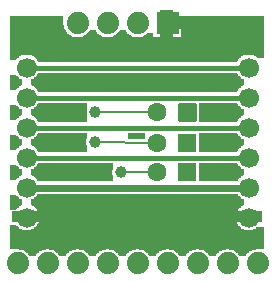
<source format=gbl>
G04 MADE WITH FRITZING*
G04 WWW.FRITZING.ORG*
G04 DOUBLE SIDED*
G04 HOLES PLATED*
G04 CONTOUR ON CENTER OF CONTOUR VECTOR*
%ASAXBY*%
%FSLAX23Y23*%
%MOIN*%
%OFA0B0*%
%SFA1.0B1.0*%
%ADD10C,0.075000*%
%ADD11C,0.062992*%
%ADD12C,0.039370*%
%ADD13C,0.074000*%
%ADD14C,0.066929*%
%ADD15R,0.062992X0.062992*%
%ADD16R,0.074000X0.074000*%
%ADD17C,0.008000*%
%ADD18C,0.016000*%
%ADD19C,0.024000*%
%ADD20C,0.015748*%
%LNCOPPER0*%
G90*
G70*
G54D10*
X184Y237D03*
G54D11*
X628Y566D03*
X529Y566D03*
X628Y463D03*
X529Y463D03*
X628Y365D03*
X529Y365D03*
G54D12*
X409Y365D03*
X321Y465D03*
X323Y566D03*
G54D13*
X564Y862D03*
X464Y862D03*
X364Y862D03*
X264Y862D03*
X64Y62D03*
X164Y62D03*
X264Y62D03*
X364Y62D03*
X464Y62D03*
X564Y62D03*
X664Y62D03*
X764Y62D03*
X864Y62D03*
G54D14*
X834Y714D03*
X834Y614D03*
X834Y514D03*
X834Y414D03*
X834Y314D03*
X834Y214D03*
X94Y714D03*
X94Y614D03*
X94Y514D03*
X94Y414D03*
X94Y314D03*
X94Y214D03*
G54D15*
X628Y463D03*
X628Y365D03*
G54D16*
X564Y862D03*
G54D17*
X423Y365D02*
X508Y365D01*
D02*
X334Y465D02*
X508Y463D01*
D02*
X336Y566D02*
X508Y566D01*
G54D18*
D02*
X809Y714D02*
X119Y714D01*
D02*
X809Y614D02*
X119Y614D01*
D02*
X809Y514D02*
X119Y514D01*
D02*
X809Y414D02*
X119Y414D01*
G54D19*
D02*
X804Y314D02*
X125Y314D01*
G36*
X40Y885D02*
X40Y815D01*
X252Y815D01*
X252Y817D01*
X246Y817D01*
X246Y819D01*
X242Y819D01*
X242Y821D01*
X238Y821D01*
X238Y823D01*
X236Y823D01*
X236Y825D01*
X234Y825D01*
X234Y827D01*
X230Y827D01*
X230Y829D01*
X228Y829D01*
X228Y833D01*
X226Y833D01*
X226Y835D01*
X224Y835D01*
X224Y839D01*
X222Y839D01*
X222Y841D01*
X220Y841D01*
X220Y847D01*
X218Y847D01*
X218Y855D01*
X216Y855D01*
X216Y885D01*
X40Y885D01*
G37*
D02*
G36*
X610Y885D02*
X610Y815D01*
X884Y815D01*
X884Y885D01*
X610Y885D01*
G37*
D02*
G36*
X304Y839D02*
X304Y837D01*
X302Y837D01*
X302Y833D01*
X300Y833D01*
X300Y831D01*
X298Y831D01*
X298Y829D01*
X296Y829D01*
X296Y827D01*
X294Y827D01*
X294Y825D01*
X292Y825D01*
X292Y823D01*
X288Y823D01*
X288Y821D01*
X286Y821D01*
X286Y819D01*
X282Y819D01*
X282Y817D01*
X274Y817D01*
X274Y815D01*
X352Y815D01*
X352Y817D01*
X346Y817D01*
X346Y819D01*
X342Y819D01*
X342Y821D01*
X338Y821D01*
X338Y823D01*
X336Y823D01*
X336Y825D01*
X334Y825D01*
X334Y827D01*
X330Y827D01*
X330Y829D01*
X328Y829D01*
X328Y833D01*
X326Y833D01*
X326Y835D01*
X324Y835D01*
X324Y839D01*
X304Y839D01*
G37*
D02*
G36*
X404Y839D02*
X404Y837D01*
X402Y837D01*
X402Y833D01*
X400Y833D01*
X400Y831D01*
X398Y831D01*
X398Y829D01*
X396Y829D01*
X396Y827D01*
X394Y827D01*
X394Y825D01*
X392Y825D01*
X392Y823D01*
X388Y823D01*
X388Y821D01*
X386Y821D01*
X386Y819D01*
X382Y819D01*
X382Y817D01*
X374Y817D01*
X374Y815D01*
X452Y815D01*
X452Y817D01*
X446Y817D01*
X446Y819D01*
X442Y819D01*
X442Y821D01*
X438Y821D01*
X438Y823D01*
X436Y823D01*
X436Y825D01*
X434Y825D01*
X434Y827D01*
X430Y827D01*
X430Y829D01*
X428Y829D01*
X428Y833D01*
X426Y833D01*
X426Y835D01*
X424Y835D01*
X424Y839D01*
X404Y839D01*
G37*
D02*
G36*
X496Y829D02*
X496Y827D01*
X494Y827D01*
X494Y825D01*
X492Y825D01*
X492Y823D01*
X488Y823D01*
X488Y821D01*
X486Y821D01*
X486Y819D01*
X482Y819D01*
X482Y817D01*
X474Y817D01*
X474Y815D01*
X516Y815D01*
X516Y829D01*
X496Y829D01*
G37*
D02*
G36*
X40Y815D02*
X40Y813D01*
X884Y813D01*
X884Y815D01*
X40Y815D01*
G37*
D02*
G36*
X40Y815D02*
X40Y813D01*
X884Y813D01*
X884Y815D01*
X40Y815D01*
G37*
D02*
G36*
X40Y815D02*
X40Y813D01*
X884Y813D01*
X884Y815D01*
X40Y815D01*
G37*
D02*
G36*
X40Y815D02*
X40Y813D01*
X884Y813D01*
X884Y815D01*
X40Y815D01*
G37*
D02*
G36*
X40Y815D02*
X40Y813D01*
X884Y813D01*
X884Y815D01*
X40Y815D01*
G37*
D02*
G36*
X40Y813D02*
X40Y757D01*
X846Y757D01*
X846Y755D01*
X852Y755D01*
X852Y753D01*
X856Y753D01*
X856Y751D01*
X858Y751D01*
X858Y749D01*
X862Y749D01*
X862Y747D01*
X864Y747D01*
X864Y745D01*
X884Y745D01*
X884Y813D01*
X40Y813D01*
G37*
D02*
G36*
X40Y757D02*
X40Y739D01*
X60Y739D01*
X60Y741D01*
X62Y741D01*
X62Y745D01*
X64Y745D01*
X64Y747D01*
X68Y747D01*
X68Y749D01*
X70Y749D01*
X70Y751D01*
X74Y751D01*
X74Y753D01*
X76Y753D01*
X76Y755D01*
X82Y755D01*
X82Y757D01*
X40Y757D01*
G37*
D02*
G36*
X106Y757D02*
X106Y755D01*
X112Y755D01*
X112Y753D01*
X116Y753D01*
X116Y751D01*
X118Y751D01*
X118Y749D01*
X122Y749D01*
X122Y747D01*
X124Y747D01*
X124Y745D01*
X126Y745D01*
X126Y743D01*
X128Y743D01*
X128Y741D01*
X130Y741D01*
X130Y737D01*
X132Y737D01*
X132Y733D01*
X796Y733D01*
X796Y735D01*
X798Y735D01*
X798Y739D01*
X800Y739D01*
X800Y741D01*
X802Y741D01*
X802Y745D01*
X804Y745D01*
X804Y747D01*
X808Y747D01*
X808Y749D01*
X810Y749D01*
X810Y751D01*
X814Y751D01*
X814Y753D01*
X816Y753D01*
X816Y755D01*
X824Y755D01*
X824Y757D01*
X106Y757D01*
G37*
D02*
G36*
X134Y697D02*
X134Y695D01*
X132Y695D01*
X132Y691D01*
X130Y691D01*
X130Y689D01*
X128Y689D01*
X128Y687D01*
X126Y687D01*
X126Y683D01*
X124Y683D01*
X124Y681D01*
X120Y681D01*
X120Y679D01*
X118Y679D01*
X118Y677D01*
X114Y677D01*
X114Y675D01*
X110Y675D01*
X110Y655D01*
X112Y655D01*
X112Y653D01*
X116Y653D01*
X116Y651D01*
X118Y651D01*
X118Y649D01*
X122Y649D01*
X122Y647D01*
X124Y647D01*
X124Y645D01*
X126Y645D01*
X126Y643D01*
X128Y643D01*
X128Y641D01*
X130Y641D01*
X130Y637D01*
X132Y637D01*
X132Y633D01*
X796Y633D01*
X796Y635D01*
X798Y635D01*
X798Y639D01*
X800Y639D01*
X800Y641D01*
X802Y641D01*
X802Y645D01*
X804Y645D01*
X804Y647D01*
X808Y647D01*
X808Y649D01*
X810Y649D01*
X810Y651D01*
X814Y651D01*
X814Y653D01*
X816Y653D01*
X816Y655D01*
X818Y655D01*
X818Y675D01*
X814Y675D01*
X814Y677D01*
X810Y677D01*
X810Y679D01*
X808Y679D01*
X808Y681D01*
X806Y681D01*
X806Y683D01*
X804Y683D01*
X804Y685D01*
X802Y685D01*
X802Y687D01*
X800Y687D01*
X800Y689D01*
X798Y689D01*
X798Y693D01*
X796Y693D01*
X796Y697D01*
X134Y697D01*
G37*
D02*
G36*
X40Y689D02*
X40Y639D01*
X60Y639D01*
X60Y641D01*
X62Y641D01*
X62Y645D01*
X64Y645D01*
X64Y647D01*
X68Y647D01*
X68Y649D01*
X70Y649D01*
X70Y651D01*
X74Y651D01*
X74Y653D01*
X76Y653D01*
X76Y655D01*
X78Y655D01*
X78Y675D01*
X74Y675D01*
X74Y677D01*
X70Y677D01*
X70Y679D01*
X68Y679D01*
X68Y681D01*
X66Y681D01*
X66Y683D01*
X64Y683D01*
X64Y685D01*
X62Y685D01*
X62Y687D01*
X60Y687D01*
X60Y689D01*
X40Y689D01*
G37*
D02*
G36*
X134Y597D02*
X134Y595D01*
X132Y595D01*
X132Y591D01*
X130Y591D01*
X130Y589D01*
X128Y589D01*
X128Y587D01*
X126Y587D01*
X126Y583D01*
X124Y583D01*
X124Y581D01*
X120Y581D01*
X120Y579D01*
X118Y579D01*
X118Y577D01*
X114Y577D01*
X114Y575D01*
X110Y575D01*
X110Y555D01*
X112Y555D01*
X112Y553D01*
X116Y553D01*
X116Y551D01*
X118Y551D01*
X118Y549D01*
X122Y549D01*
X122Y547D01*
X124Y547D01*
X124Y545D01*
X126Y545D01*
X126Y543D01*
X128Y543D01*
X128Y541D01*
X130Y541D01*
X130Y537D01*
X132Y537D01*
X132Y533D01*
X296Y533D01*
X296Y555D01*
X294Y555D01*
X294Y565D01*
X292Y565D01*
X292Y567D01*
X294Y567D01*
X294Y577D01*
X296Y577D01*
X296Y597D01*
X134Y597D01*
G37*
D02*
G36*
X670Y597D02*
X670Y533D01*
X796Y533D01*
X796Y535D01*
X798Y535D01*
X798Y539D01*
X800Y539D01*
X800Y541D01*
X802Y541D01*
X802Y545D01*
X804Y545D01*
X804Y547D01*
X808Y547D01*
X808Y549D01*
X810Y549D01*
X810Y551D01*
X814Y551D01*
X814Y553D01*
X816Y553D01*
X816Y555D01*
X818Y555D01*
X818Y575D01*
X814Y575D01*
X814Y577D01*
X810Y577D01*
X810Y579D01*
X808Y579D01*
X808Y581D01*
X806Y581D01*
X806Y583D01*
X804Y583D01*
X804Y585D01*
X802Y585D01*
X802Y587D01*
X800Y587D01*
X800Y589D01*
X798Y589D01*
X798Y593D01*
X796Y593D01*
X796Y597D01*
X670Y597D01*
G37*
D02*
G36*
X40Y589D02*
X40Y539D01*
X60Y539D01*
X60Y541D01*
X62Y541D01*
X62Y545D01*
X64Y545D01*
X64Y547D01*
X68Y547D01*
X68Y549D01*
X70Y549D01*
X70Y551D01*
X74Y551D01*
X74Y553D01*
X76Y553D01*
X76Y555D01*
X78Y555D01*
X78Y575D01*
X74Y575D01*
X74Y577D01*
X70Y577D01*
X70Y579D01*
X68Y579D01*
X68Y581D01*
X66Y581D01*
X66Y583D01*
X64Y583D01*
X64Y585D01*
X62Y585D01*
X62Y587D01*
X60Y587D01*
X60Y589D01*
X40Y589D01*
G37*
D02*
G36*
X134Y497D02*
X134Y495D01*
X132Y495D01*
X132Y491D01*
X130Y491D01*
X130Y489D01*
X128Y489D01*
X128Y487D01*
X126Y487D01*
X126Y483D01*
X124Y483D01*
X124Y481D01*
X120Y481D01*
X120Y479D01*
X118Y479D01*
X118Y477D01*
X114Y477D01*
X114Y475D01*
X110Y475D01*
X110Y455D01*
X112Y455D01*
X112Y453D01*
X116Y453D01*
X116Y451D01*
X118Y451D01*
X118Y449D01*
X122Y449D01*
X122Y447D01*
X124Y447D01*
X124Y445D01*
X126Y445D01*
X126Y443D01*
X128Y443D01*
X128Y441D01*
X130Y441D01*
X130Y437D01*
X132Y437D01*
X132Y433D01*
X294Y433D01*
X294Y455D01*
X292Y455D01*
X292Y475D01*
X294Y475D01*
X294Y497D01*
X134Y497D01*
G37*
D02*
G36*
X432Y497D02*
X432Y477D01*
X490Y477D01*
X490Y497D01*
X432Y497D01*
G37*
D02*
G36*
X670Y497D02*
X670Y433D01*
X796Y433D01*
X796Y435D01*
X798Y435D01*
X798Y439D01*
X800Y439D01*
X800Y441D01*
X802Y441D01*
X802Y445D01*
X804Y445D01*
X804Y447D01*
X808Y447D01*
X808Y449D01*
X810Y449D01*
X810Y451D01*
X814Y451D01*
X814Y453D01*
X816Y453D01*
X816Y455D01*
X818Y455D01*
X818Y475D01*
X814Y475D01*
X814Y477D01*
X810Y477D01*
X810Y479D01*
X808Y479D01*
X808Y481D01*
X806Y481D01*
X806Y483D01*
X804Y483D01*
X804Y485D01*
X802Y485D01*
X802Y487D01*
X800Y487D01*
X800Y489D01*
X798Y489D01*
X798Y493D01*
X796Y493D01*
X796Y497D01*
X670Y497D01*
G37*
D02*
G36*
X40Y489D02*
X40Y439D01*
X60Y439D01*
X60Y441D01*
X62Y441D01*
X62Y445D01*
X64Y445D01*
X64Y447D01*
X68Y447D01*
X68Y449D01*
X70Y449D01*
X70Y451D01*
X74Y451D01*
X74Y453D01*
X76Y453D01*
X76Y455D01*
X78Y455D01*
X78Y475D01*
X74Y475D01*
X74Y477D01*
X70Y477D01*
X70Y479D01*
X68Y479D01*
X68Y481D01*
X66Y481D01*
X66Y483D01*
X64Y483D01*
X64Y485D01*
X62Y485D01*
X62Y487D01*
X60Y487D01*
X60Y489D01*
X40Y489D01*
G37*
D02*
G36*
X134Y397D02*
X134Y395D01*
X132Y395D01*
X132Y391D01*
X130Y391D01*
X130Y389D01*
X128Y389D01*
X128Y387D01*
X126Y387D01*
X126Y383D01*
X124Y383D01*
X124Y381D01*
X120Y381D01*
X120Y379D01*
X118Y379D01*
X118Y377D01*
X114Y377D01*
X114Y375D01*
X110Y375D01*
X110Y355D01*
X112Y355D01*
X112Y353D01*
X116Y353D01*
X116Y351D01*
X118Y351D01*
X118Y349D01*
X122Y349D01*
X122Y347D01*
X124Y347D01*
X124Y345D01*
X126Y345D01*
X126Y343D01*
X128Y343D01*
X128Y341D01*
X130Y341D01*
X130Y337D01*
X382Y337D01*
X382Y357D01*
X380Y357D01*
X380Y373D01*
X382Y373D01*
X382Y397D01*
X134Y397D01*
G37*
D02*
G36*
X670Y397D02*
X670Y337D01*
X798Y337D01*
X798Y339D01*
X800Y339D01*
X800Y341D01*
X802Y341D01*
X802Y345D01*
X804Y345D01*
X804Y347D01*
X808Y347D01*
X808Y349D01*
X810Y349D01*
X810Y351D01*
X814Y351D01*
X814Y353D01*
X816Y353D01*
X816Y355D01*
X818Y355D01*
X818Y375D01*
X814Y375D01*
X814Y377D01*
X810Y377D01*
X810Y379D01*
X808Y379D01*
X808Y381D01*
X806Y381D01*
X806Y383D01*
X804Y383D01*
X804Y385D01*
X802Y385D01*
X802Y387D01*
X800Y387D01*
X800Y389D01*
X798Y389D01*
X798Y393D01*
X796Y393D01*
X796Y397D01*
X670Y397D01*
G37*
D02*
G36*
X40Y389D02*
X40Y339D01*
X60Y339D01*
X60Y341D01*
X62Y341D01*
X62Y345D01*
X64Y345D01*
X64Y347D01*
X68Y347D01*
X68Y349D01*
X70Y349D01*
X70Y351D01*
X74Y351D01*
X74Y353D01*
X76Y353D01*
X76Y355D01*
X78Y355D01*
X78Y375D01*
X74Y375D01*
X74Y377D01*
X70Y377D01*
X70Y379D01*
X68Y379D01*
X68Y381D01*
X66Y381D01*
X66Y383D01*
X64Y383D01*
X64Y385D01*
X62Y385D01*
X62Y387D01*
X60Y387D01*
X60Y389D01*
X40Y389D01*
G37*
D02*
G36*
X40Y289D02*
X40Y239D01*
X60Y239D01*
X60Y241D01*
X62Y241D01*
X62Y245D01*
X64Y245D01*
X64Y247D01*
X68Y247D01*
X68Y249D01*
X70Y249D01*
X70Y251D01*
X74Y251D01*
X74Y253D01*
X76Y253D01*
X76Y255D01*
X78Y255D01*
X78Y275D01*
X74Y275D01*
X74Y277D01*
X70Y277D01*
X70Y279D01*
X68Y279D01*
X68Y281D01*
X66Y281D01*
X66Y283D01*
X64Y283D01*
X64Y285D01*
X62Y285D01*
X62Y287D01*
X60Y287D01*
X60Y289D01*
X40Y289D01*
G37*
D02*
G36*
X132Y293D02*
X132Y291D01*
X130Y291D01*
X130Y289D01*
X128Y289D01*
X128Y287D01*
X126Y287D01*
X126Y283D01*
X124Y283D01*
X124Y281D01*
X120Y281D01*
X120Y279D01*
X118Y279D01*
X118Y277D01*
X114Y277D01*
X114Y275D01*
X110Y275D01*
X110Y255D01*
X112Y255D01*
X112Y253D01*
X116Y253D01*
X116Y251D01*
X118Y251D01*
X118Y249D01*
X122Y249D01*
X122Y247D01*
X124Y247D01*
X124Y245D01*
X126Y245D01*
X126Y243D01*
X128Y243D01*
X128Y241D01*
X130Y241D01*
X130Y237D01*
X132Y237D01*
X132Y233D01*
X134Y233D01*
X134Y229D01*
X136Y229D01*
X136Y221D01*
X138Y221D01*
X138Y207D01*
X136Y207D01*
X136Y199D01*
X134Y199D01*
X134Y195D01*
X132Y195D01*
X132Y191D01*
X130Y191D01*
X130Y189D01*
X128Y189D01*
X128Y187D01*
X126Y187D01*
X126Y183D01*
X124Y183D01*
X124Y181D01*
X120Y181D01*
X120Y179D01*
X118Y179D01*
X118Y177D01*
X114Y177D01*
X114Y175D01*
X110Y175D01*
X110Y173D01*
X104Y173D01*
X104Y171D01*
X824Y171D01*
X824Y173D01*
X818Y173D01*
X818Y175D01*
X814Y175D01*
X814Y177D01*
X810Y177D01*
X810Y179D01*
X808Y179D01*
X808Y181D01*
X806Y181D01*
X806Y183D01*
X804Y183D01*
X804Y185D01*
X802Y185D01*
X802Y187D01*
X800Y187D01*
X800Y189D01*
X798Y189D01*
X798Y193D01*
X796Y193D01*
X796Y197D01*
X794Y197D01*
X794Y201D01*
X792Y201D01*
X792Y213D01*
X790Y213D01*
X790Y215D01*
X792Y215D01*
X792Y227D01*
X794Y227D01*
X794Y233D01*
X796Y233D01*
X796Y235D01*
X798Y235D01*
X798Y239D01*
X800Y239D01*
X800Y241D01*
X802Y241D01*
X802Y245D01*
X804Y245D01*
X804Y247D01*
X808Y247D01*
X808Y249D01*
X810Y249D01*
X810Y251D01*
X814Y251D01*
X814Y253D01*
X816Y253D01*
X816Y255D01*
X818Y255D01*
X818Y275D01*
X814Y275D01*
X814Y277D01*
X810Y277D01*
X810Y279D01*
X808Y279D01*
X808Y281D01*
X806Y281D01*
X806Y283D01*
X804Y283D01*
X804Y285D01*
X802Y285D01*
X802Y287D01*
X800Y287D01*
X800Y289D01*
X798Y289D01*
X798Y293D01*
X132Y293D01*
G37*
D02*
G36*
X40Y189D02*
X40Y171D01*
X84Y171D01*
X84Y173D01*
X78Y173D01*
X78Y175D01*
X74Y175D01*
X74Y177D01*
X70Y177D01*
X70Y179D01*
X68Y179D01*
X68Y181D01*
X66Y181D01*
X66Y183D01*
X64Y183D01*
X64Y185D01*
X62Y185D01*
X62Y187D01*
X60Y187D01*
X60Y189D01*
X40Y189D01*
G37*
D02*
G36*
X864Y183D02*
X864Y181D01*
X860Y181D01*
X860Y179D01*
X858Y179D01*
X858Y177D01*
X854Y177D01*
X854Y175D01*
X850Y175D01*
X850Y173D01*
X844Y173D01*
X844Y171D01*
X884Y171D01*
X884Y183D01*
X864Y183D01*
G37*
D02*
G36*
X40Y171D02*
X40Y169D01*
X884Y169D01*
X884Y171D01*
X40Y171D01*
G37*
D02*
G36*
X40Y171D02*
X40Y169D01*
X884Y169D01*
X884Y171D01*
X40Y171D01*
G37*
D02*
G36*
X40Y171D02*
X40Y169D01*
X884Y169D01*
X884Y171D01*
X40Y171D01*
G37*
D02*
G36*
X40Y169D02*
X40Y109D01*
X770Y109D01*
X770Y107D01*
X778Y107D01*
X778Y105D01*
X784Y105D01*
X784Y103D01*
X786Y103D01*
X786Y101D01*
X790Y101D01*
X790Y99D01*
X792Y99D01*
X792Y97D01*
X796Y97D01*
X796Y95D01*
X798Y95D01*
X798Y91D01*
X800Y91D01*
X800Y89D01*
X802Y89D01*
X802Y87D01*
X804Y87D01*
X804Y85D01*
X824Y85D01*
X824Y89D01*
X826Y89D01*
X826Y91D01*
X828Y91D01*
X828Y93D01*
X830Y93D01*
X830Y95D01*
X832Y95D01*
X832Y97D01*
X834Y97D01*
X834Y99D01*
X836Y99D01*
X836Y101D01*
X840Y101D01*
X840Y103D01*
X844Y103D01*
X844Y105D01*
X850Y105D01*
X850Y107D01*
X858Y107D01*
X858Y109D01*
X884Y109D01*
X884Y169D01*
X40Y169D01*
G37*
D02*
G36*
X70Y109D02*
X70Y107D01*
X78Y107D01*
X78Y105D01*
X84Y105D01*
X84Y103D01*
X86Y103D01*
X86Y101D01*
X90Y101D01*
X90Y99D01*
X92Y99D01*
X92Y97D01*
X96Y97D01*
X96Y95D01*
X98Y95D01*
X98Y91D01*
X100Y91D01*
X100Y89D01*
X102Y89D01*
X102Y87D01*
X104Y87D01*
X104Y85D01*
X124Y85D01*
X124Y89D01*
X126Y89D01*
X126Y91D01*
X128Y91D01*
X128Y93D01*
X130Y93D01*
X130Y95D01*
X132Y95D01*
X132Y97D01*
X134Y97D01*
X134Y99D01*
X136Y99D01*
X136Y101D01*
X140Y101D01*
X140Y103D01*
X144Y103D01*
X144Y105D01*
X150Y105D01*
X150Y107D01*
X158Y107D01*
X158Y109D01*
X70Y109D01*
G37*
D02*
G36*
X170Y109D02*
X170Y107D01*
X178Y107D01*
X178Y105D01*
X184Y105D01*
X184Y103D01*
X186Y103D01*
X186Y101D01*
X190Y101D01*
X190Y99D01*
X192Y99D01*
X192Y97D01*
X196Y97D01*
X196Y95D01*
X198Y95D01*
X198Y91D01*
X200Y91D01*
X200Y89D01*
X202Y89D01*
X202Y87D01*
X204Y87D01*
X204Y85D01*
X224Y85D01*
X224Y89D01*
X226Y89D01*
X226Y91D01*
X228Y91D01*
X228Y93D01*
X230Y93D01*
X230Y95D01*
X232Y95D01*
X232Y97D01*
X234Y97D01*
X234Y99D01*
X236Y99D01*
X236Y101D01*
X240Y101D01*
X240Y103D01*
X244Y103D01*
X244Y105D01*
X250Y105D01*
X250Y107D01*
X258Y107D01*
X258Y109D01*
X170Y109D01*
G37*
D02*
G36*
X270Y109D02*
X270Y107D01*
X278Y107D01*
X278Y105D01*
X284Y105D01*
X284Y103D01*
X286Y103D01*
X286Y101D01*
X290Y101D01*
X290Y99D01*
X292Y99D01*
X292Y97D01*
X296Y97D01*
X296Y95D01*
X298Y95D01*
X298Y91D01*
X300Y91D01*
X300Y89D01*
X302Y89D01*
X302Y87D01*
X304Y87D01*
X304Y85D01*
X324Y85D01*
X324Y89D01*
X326Y89D01*
X326Y91D01*
X328Y91D01*
X328Y93D01*
X330Y93D01*
X330Y95D01*
X332Y95D01*
X332Y97D01*
X334Y97D01*
X334Y99D01*
X336Y99D01*
X336Y101D01*
X340Y101D01*
X340Y103D01*
X344Y103D01*
X344Y105D01*
X350Y105D01*
X350Y107D01*
X358Y107D01*
X358Y109D01*
X270Y109D01*
G37*
D02*
G36*
X370Y109D02*
X370Y107D01*
X378Y107D01*
X378Y105D01*
X384Y105D01*
X384Y103D01*
X386Y103D01*
X386Y101D01*
X390Y101D01*
X390Y99D01*
X392Y99D01*
X392Y97D01*
X396Y97D01*
X396Y95D01*
X398Y95D01*
X398Y91D01*
X400Y91D01*
X400Y89D01*
X402Y89D01*
X402Y87D01*
X404Y87D01*
X404Y85D01*
X424Y85D01*
X424Y89D01*
X426Y89D01*
X426Y91D01*
X428Y91D01*
X428Y93D01*
X430Y93D01*
X430Y95D01*
X432Y95D01*
X432Y97D01*
X434Y97D01*
X434Y99D01*
X436Y99D01*
X436Y101D01*
X440Y101D01*
X440Y103D01*
X444Y103D01*
X444Y105D01*
X450Y105D01*
X450Y107D01*
X458Y107D01*
X458Y109D01*
X370Y109D01*
G37*
D02*
G36*
X470Y109D02*
X470Y107D01*
X478Y107D01*
X478Y105D01*
X484Y105D01*
X484Y103D01*
X486Y103D01*
X486Y101D01*
X490Y101D01*
X490Y99D01*
X492Y99D01*
X492Y97D01*
X496Y97D01*
X496Y95D01*
X498Y95D01*
X498Y91D01*
X500Y91D01*
X500Y89D01*
X502Y89D01*
X502Y87D01*
X504Y87D01*
X504Y85D01*
X524Y85D01*
X524Y89D01*
X526Y89D01*
X526Y91D01*
X528Y91D01*
X528Y93D01*
X530Y93D01*
X530Y95D01*
X532Y95D01*
X532Y97D01*
X534Y97D01*
X534Y99D01*
X536Y99D01*
X536Y101D01*
X540Y101D01*
X540Y103D01*
X544Y103D01*
X544Y105D01*
X550Y105D01*
X550Y107D01*
X558Y107D01*
X558Y109D01*
X470Y109D01*
G37*
D02*
G36*
X570Y109D02*
X570Y107D01*
X578Y107D01*
X578Y105D01*
X584Y105D01*
X584Y103D01*
X586Y103D01*
X586Y101D01*
X590Y101D01*
X590Y99D01*
X592Y99D01*
X592Y97D01*
X596Y97D01*
X596Y95D01*
X598Y95D01*
X598Y91D01*
X600Y91D01*
X600Y89D01*
X602Y89D01*
X602Y87D01*
X604Y87D01*
X604Y85D01*
X624Y85D01*
X624Y89D01*
X626Y89D01*
X626Y91D01*
X628Y91D01*
X628Y93D01*
X630Y93D01*
X630Y95D01*
X632Y95D01*
X632Y97D01*
X634Y97D01*
X634Y99D01*
X636Y99D01*
X636Y101D01*
X640Y101D01*
X640Y103D01*
X644Y103D01*
X644Y105D01*
X650Y105D01*
X650Y107D01*
X658Y107D01*
X658Y109D01*
X570Y109D01*
G37*
D02*
G36*
X670Y109D02*
X670Y107D01*
X678Y107D01*
X678Y105D01*
X684Y105D01*
X684Y103D01*
X686Y103D01*
X686Y101D01*
X690Y101D01*
X690Y99D01*
X692Y99D01*
X692Y97D01*
X696Y97D01*
X696Y95D01*
X698Y95D01*
X698Y91D01*
X700Y91D01*
X700Y89D01*
X702Y89D01*
X702Y87D01*
X704Y87D01*
X704Y85D01*
X724Y85D01*
X724Y89D01*
X726Y89D01*
X726Y91D01*
X728Y91D01*
X728Y93D01*
X730Y93D01*
X730Y95D01*
X732Y95D01*
X732Y97D01*
X734Y97D01*
X734Y99D01*
X736Y99D01*
X736Y101D01*
X740Y101D01*
X740Y103D01*
X744Y103D01*
X744Y105D01*
X750Y105D01*
X750Y107D01*
X758Y107D01*
X758Y109D01*
X670Y109D01*
G37*
D02*
G36*
X46Y237D02*
X74Y237D01*
X74Y198D01*
X46Y198D01*
X46Y237D01*
G37*
D02*
G36*
X112Y237D02*
X138Y237D01*
X138Y198D01*
X112Y198D01*
X112Y237D01*
G37*
D02*
G36*
X788Y237D02*
X812Y237D01*
X812Y198D01*
X788Y198D01*
X788Y237D01*
G37*
D02*
G36*
X850Y237D02*
X878Y237D01*
X878Y198D01*
X850Y198D01*
X850Y237D01*
G37*
D02*
G36*
X540Y907D02*
X583Y907D01*
X583Y883D01*
X540Y883D01*
X540Y907D01*
G37*
D02*
G36*
X540Y845D02*
X583Y845D01*
X583Y815D01*
X540Y815D01*
X540Y845D01*
G37*
D02*
G36*
X580Y885D02*
X610Y885D01*
X610Y842D01*
X580Y842D01*
X580Y885D01*
G37*
D02*
G54D20*
X604Y589D02*
X651Y589D01*
X651Y542D01*
X604Y542D01*
X604Y589D01*
D02*
G04 End of Copper0*
M02*
</source>
